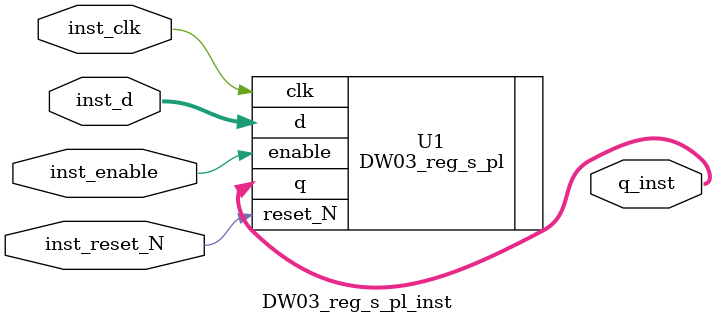
<source format=v>
module DW03_reg_s_pl_inst( inst_d, inst_clk, inst_reset_N, 
                           inst_enable, q_inst );

  parameter width = 8;
  parameter reset_value = 0;

  input [width-1 : 0] inst_d;
  input inst_clk;
  input inst_reset_N;
  input inst_enable;
  output [width-1 : 0] q_inst;

  // Instance of DW03_reg_s_pl
  DW03_reg_s_pl #(width, reset_value)
    U1 ( .d(inst_d), .clk(inst_clk), .reset_N(inst_reset_N),
         .enable(inst_enable), .q(q_inst) );

endmodule


</source>
